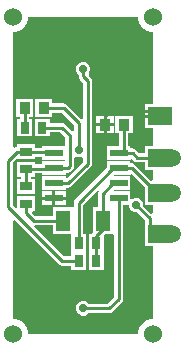
<source format=gtl>
G04*
G04 #@! TF.GenerationSoftware,Altium Limited,Altium Designer,22.4.2 (48)*
G04*
G04 Layer_Physical_Order=1*
G04 Layer_Color=255*
%FSLAX44Y44*%
%MOMM*%
G71*
G04*
G04 #@! TF.SameCoordinates,9B9F8FC9-ABE2-414B-8338-F90C526896C9*
G04*
G04*
G04 #@! TF.FilePolarity,Positive*
G04*
G01*
G75*
%ADD10C,0.2540*%
%ADD13R,1.5000X0.6000*%
%ADD14R,2.0000X1.5000*%
%ADD15R,0.7500X1.0000*%
%ADD16R,0.9500X1.0000*%
%ADD17R,1.1500X1.8000*%
%ADD18R,1.0000X0.7500*%
%ADD27C,1.5240*%
%ADD28C,0.7000*%
%ADD29C,1.5000*%
G36*
X121460Y282349D02*
X122315Y279160D01*
X123966Y276300D01*
X126300Y273965D01*
X129160Y272315D01*
X132349Y271460D01*
X134000D01*
Y210040D01*
X127460D01*
Y201270D01*
X140000D01*
Y198730D01*
X127460D01*
Y189960D01*
X134000D01*
Y175040D01*
X127460D01*
Y168885D01*
X122359D01*
X119587Y171657D01*
X118327Y172499D01*
X116840Y172795D01*
X115130D01*
Y174450D01*
X113105D01*
Y185500D01*
X116890D01*
Y200580D01*
X102310D01*
Y185500D01*
X105335D01*
Y174450D01*
X95050D01*
Y163370D01*
X115130D01*
Y163370D01*
X116400Y163856D01*
X118003Y162253D01*
X119263Y161411D01*
X120750Y161115D01*
X127460D01*
Y154960D01*
X134000D01*
Y145846D01*
X132730Y145374D01*
X119147Y158957D01*
X117887Y159799D01*
X116400Y160095D01*
X115130D01*
Y161750D01*
X95050D01*
Y156164D01*
X68493Y129607D01*
X67651Y128347D01*
X67355Y126860D01*
Y123794D01*
X66290Y123300D01*
X49710D01*
Y115645D01*
X34629D01*
X31887Y118387D01*
X32373Y119560D01*
X34210D01*
Y132140D01*
X19130D01*
Y122643D01*
X17957Y122157D01*
X16000Y124114D01*
Y161636D01*
X18426Y164062D01*
X19130Y163770D01*
Y163770D01*
X34210D01*
Y165600D01*
X40050D01*
Y163370D01*
X59615D01*
Y161750D01*
X40050D01*
Y159520D01*
X34210D01*
Y161350D01*
X19130D01*
Y148770D01*
X22785D01*
Y147140D01*
X19130D01*
Y134560D01*
X34210D01*
Y147140D01*
X30555D01*
Y148770D01*
X34210D01*
Y151750D01*
X40050D01*
Y150670D01*
X60130D01*
Y152325D01*
X62012D01*
X63499Y152621D01*
X64759Y153463D01*
X66247Y154951D01*
X67089Y156211D01*
X67385Y157698D01*
Y165085D01*
X68655Y165933D01*
X69919Y165410D01*
X72321D01*
X73585Y165933D01*
X74855Y165085D01*
Y161629D01*
X61400Y148174D01*
X60130Y148700D01*
Y149050D01*
X40050D01*
Y137970D01*
X60130D01*
Y139625D01*
X62230D01*
X63717Y139921D01*
X64977Y140763D01*
X81487Y157273D01*
X82329Y158533D01*
X82625Y160020D01*
Y229984D01*
X82329Y231470D01*
X81487Y232730D01*
X79754Y234463D01*
Y236242D01*
X80120Y236609D01*
X81040Y238829D01*
Y241231D01*
X80120Y243451D01*
X78421Y245151D01*
X76201Y246070D01*
X73799D01*
X71579Y245151D01*
X69879Y243451D01*
X68960Y241231D01*
Y238829D01*
X69879Y236609D01*
X71115Y235373D01*
Y233724D01*
X71411Y232237D01*
X72253Y230977D01*
X74855Y228375D01*
Y197808D01*
X74696Y197687D01*
X73585Y197338D01*
X61167Y209757D01*
X59907Y210599D01*
X58420Y210895D01*
X48810D01*
Y214550D01*
X34230D01*
Y199470D01*
X48810D01*
Y203125D01*
X56811D01*
X67235Y192701D01*
Y187648D01*
X67076Y187527D01*
X65965Y187178D01*
X59897Y193247D01*
X58637Y194089D01*
X57150Y194385D01*
X46810D01*
Y198040D01*
X34230D01*
Y182960D01*
X46810D01*
Y186615D01*
X55541D01*
X59615Y182541D01*
Y174450D01*
X40050D01*
Y173370D01*
X34210D01*
Y176350D01*
X19130D01*
Y173945D01*
X18930D01*
X17443Y173649D01*
X17270Y173533D01*
X16000Y174212D01*
Y271460D01*
X17651D01*
X20840Y272315D01*
X23700Y273965D01*
X26035Y276300D01*
X27685Y279160D01*
X28540Y282349D01*
Y284000D01*
X121460D01*
Y282349D01*
D02*
G37*
G36*
X127460Y139656D02*
Y124960D01*
X134000D01*
Y118153D01*
X132827Y117667D01*
X126040Y124454D01*
Y126201D01*
X125120Y128421D01*
X123421Y130120D01*
X121201Y131040D01*
X118799D01*
X116579Y130120D01*
X116303Y129845D01*
X115130Y130331D01*
Y136350D01*
X101690D01*
X101036Y137620D01*
X101287Y137970D01*
X115130D01*
Y149050D01*
X101690D01*
X101036Y150320D01*
X101287Y150670D01*
X115130D01*
Y150670D01*
X116061Y151055D01*
X127460Y139656D01*
D02*
G37*
G36*
X49710Y100220D02*
X64950D01*
Y85170D01*
X64950D01*
Y85010D01*
X64950D01*
Y81355D01*
X58759D01*
X33508Y106605D01*
X34035Y107875D01*
X49710D01*
Y100220D01*
D02*
G37*
G36*
X88525Y136855D02*
X87851Y135847D01*
X87555Y134360D01*
Y123300D01*
X83710D01*
Y101974D01*
X83493Y101757D01*
X82651Y100497D01*
X82602Y100250D01*
X79950D01*
Y85170D01*
X79950D01*
Y85010D01*
X79950D01*
Y69930D01*
X92530D01*
Y85010D01*
X92530D01*
Y85170D01*
X92530D01*
Y99121D01*
X93629Y100220D01*
X100290D01*
X101205Y99364D01*
Y47009D01*
X95421Y41225D01*
X79657D01*
X78421Y42460D01*
X76201Y43380D01*
X73799D01*
X71579Y42460D01*
X69879Y40761D01*
X68960Y38541D01*
Y36139D01*
X69879Y33919D01*
X71579Y32220D01*
X73799Y31300D01*
X76201D01*
X78421Y32220D01*
X79657Y33455D01*
X97030D01*
X98517Y33751D01*
X99777Y34593D01*
X107837Y42653D01*
X108679Y43913D01*
X108975Y45400D01*
Y125270D01*
X113960D01*
Y123799D01*
X114880Y121579D01*
X116579Y119880D01*
X118799Y118960D01*
X120546D01*
X127385Y112121D01*
Y106230D01*
X127460Y105855D01*
Y89960D01*
X134000D01*
Y28540D01*
X132349D01*
X129160Y27685D01*
X126300Y26035D01*
X123966Y23700D01*
X122315Y20840D01*
X121460Y17651D01*
Y16000D01*
X28540D01*
Y17651D01*
X27685Y20840D01*
X26035Y23700D01*
X23700Y26035D01*
X20840Y27685D01*
X17651Y28540D01*
X16000D01*
Y111467D01*
X17173Y111953D01*
X54403Y74723D01*
X55663Y73881D01*
X57150Y73585D01*
X64950D01*
Y69930D01*
X77530D01*
Y85010D01*
X77530D01*
Y85170D01*
X77530D01*
Y100250D01*
X75125D01*
Y125251D01*
X87539Y137665D01*
X88525Y136855D01*
D02*
G37*
%LPC*%
G36*
X100890Y200580D02*
X94870D01*
Y194310D01*
X100890D01*
Y200580D01*
D02*
G37*
G36*
X92330D02*
X86310D01*
Y194310D01*
X92330D01*
Y200580D01*
D02*
G37*
G36*
X100890Y191770D02*
X94870D01*
Y185500D01*
X100890D01*
Y191770D01*
D02*
G37*
G36*
X92330D02*
X86310D01*
Y185500D01*
X92330D01*
Y191770D01*
D02*
G37*
G36*
X32810Y214550D02*
X18230D01*
Y199470D01*
X21635D01*
Y198040D01*
X19230D01*
Y182960D01*
X31810D01*
Y198040D01*
X29405D01*
Y199470D01*
X32810D01*
Y214550D01*
D02*
G37*
G36*
X60130Y136350D02*
X51360D01*
Y132080D01*
X60130D01*
Y136350D01*
D02*
G37*
G36*
X48820D02*
X40050D01*
Y132080D01*
X48820D01*
Y136350D01*
D02*
G37*
G36*
X60130Y129540D02*
X51360D01*
Y125270D01*
X60130D01*
Y129540D01*
D02*
G37*
G36*
X48820D02*
X40050D01*
Y125270D01*
X48820D01*
Y129540D01*
D02*
G37*
%LPD*%
D10*
X97790Y204470D02*
X133840D01*
X138310Y200000D01*
X132080Y206230D02*
X133840Y204470D01*
X138310Y200000D02*
X140000D01*
X93682Y200362D02*
X97790Y204470D01*
X75000Y37340D02*
X97030D01*
X105090Y45400D01*
Y130810D01*
X78740Y160020D02*
Y229984D01*
X75000Y233724D02*
X78740Y229984D01*
X75000Y233724D02*
Y240030D01*
X62230Y143510D02*
X78740Y160020D01*
X41520Y207010D02*
X58420D01*
X71120Y194310D01*
Y171450D02*
Y194310D01*
X57150Y190500D02*
X63500Y184150D01*
Y157698D02*
Y184150D01*
X40021Y190500D02*
X57150D01*
X50090Y156210D02*
X62012D01*
X63500Y157698D01*
X93682Y193122D02*
Y200362D01*
X93600Y193040D02*
X93682Y193122D01*
X93600Y163450D02*
Y193040D01*
X60960Y130810D02*
X93600Y163450D01*
X105090Y168910D02*
X107490D01*
X109220Y170640D01*
Y192962D01*
X25520Y190500D02*
Y207010D01*
X49515Y155635D02*
X50090Y156210D01*
X140000Y100000D02*
X150000D01*
X137500D02*
X140000D01*
Y135000D02*
X150000D01*
X140000Y165000D02*
X150000D01*
X120000Y125000D02*
X131270Y113730D01*
Y106230D02*
Y113730D01*
Y106230D02*
X137500Y100000D01*
X131270Y141230D02*
Y141340D01*
X105090Y156210D02*
X116400D01*
X131270Y141340D01*
Y141230D02*
X137500Y135000D01*
X140000D01*
X105090Y168910D02*
X116840D01*
X120750Y165000D01*
X140000D01*
X71240Y126860D02*
X100590Y156210D01*
X71240Y92710D02*
Y126860D01*
X50090Y143510D02*
X62230D01*
X86240Y77470D02*
Y92710D01*
Y99010D01*
X57150Y77470D02*
X71240D01*
X26670Y170060D02*
X27245Y169485D01*
X49515D02*
X50090Y168910D01*
X27245Y169485D02*
X49515D01*
X100590Y143510D02*
X105090D01*
X98860Y141780D02*
X100590Y143510D01*
X98860Y141780D02*
Y141780D01*
X91440Y134360D02*
X98860Y141780D01*
X50090Y130810D02*
X60960D01*
X26670Y140850D02*
Y155060D01*
X27245Y155635D01*
X11332Y162462D02*
X18930Y170060D01*
X26670D01*
X27245Y155635D02*
X49515D01*
X26670Y118110D02*
Y125850D01*
X11332Y123288D02*
Y162462D01*
X26670Y118110D02*
X33020Y111760D01*
X11332Y123288D02*
X57150Y77470D01*
X100590Y156210D02*
X105090D01*
X86240Y99010D02*
X95740Y108510D01*
X91440Y116060D02*
Y134360D01*
Y116060D02*
X95740Y111760D01*
Y108510D02*
Y111760D01*
X33020D02*
X61740D01*
D13*
X105090Y130810D02*
D03*
Y143510D02*
D03*
Y156210D02*
D03*
Y168910D02*
D03*
X50090Y130810D02*
D03*
Y143510D02*
D03*
Y156210D02*
D03*
Y168910D02*
D03*
D14*
X140000Y200000D02*
D03*
Y100000D02*
D03*
Y135000D02*
D03*
Y165000D02*
D03*
D15*
X25520Y190500D02*
D03*
X40520D02*
D03*
X71240Y92710D02*
D03*
X86240D02*
D03*
X71240Y77470D02*
D03*
X86240D02*
D03*
D16*
X25520Y207010D02*
D03*
X41520D02*
D03*
X93600Y193040D02*
D03*
X109600D02*
D03*
D17*
X92000Y111760D02*
D03*
X58000D02*
D03*
D18*
X26670Y140850D02*
D03*
Y125850D02*
D03*
Y155060D02*
D03*
Y170060D02*
D03*
D27*
X134000Y284000D02*
D03*
X16000D02*
D03*
X134000Y16000D02*
D03*
X16000D02*
D03*
D28*
X120000Y125000D02*
D03*
X75000Y37340D02*
D03*
Y240030D02*
D03*
X71120Y171450D02*
D03*
D29*
X150000Y100000D02*
D03*
Y135000D02*
D03*
Y165000D02*
D03*
M02*

</source>
